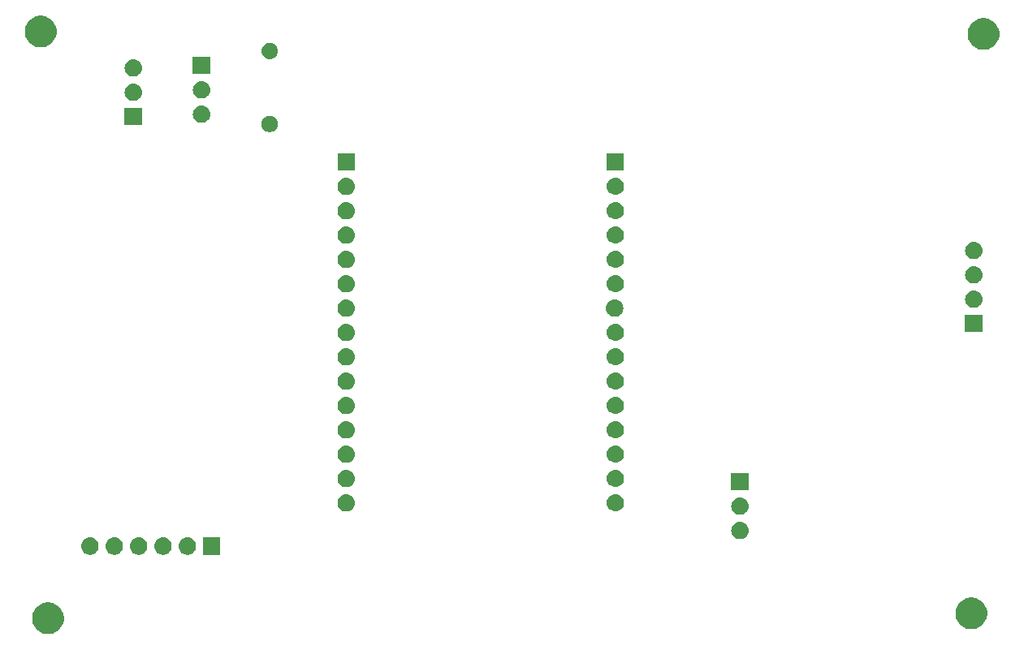
<source format=gbr>
G04 #@! TF.GenerationSoftware,KiCad,Pcbnew,(5.1.2)-2*
G04 #@! TF.CreationDate,2019-07-02T12:48:51+07:00*
G04 #@! TF.ProjectId,weather,77656174-6865-4722-9e6b-696361645f70,rev?*
G04 #@! TF.SameCoordinates,Original*
G04 #@! TF.FileFunction,Soldermask,Top*
G04 #@! TF.FilePolarity,Negative*
%FSLAX46Y46*%
G04 Gerber Fmt 4.6, Leading zero omitted, Abs format (unit mm)*
G04 Created by KiCad (PCBNEW (5.1.2)-2) date 2019-07-02 12:48:51*
%MOMM*%
%LPD*%
G04 APERTURE LIST*
%ADD10C,0.100000*%
G04 APERTURE END LIST*
D10*
G36*
X69209256Y-119041298D02*
G01*
X69315579Y-119062447D01*
X69616042Y-119186903D01*
X69886451Y-119367585D01*
X70116415Y-119597549D01*
X70297097Y-119867958D01*
X70297098Y-119867960D01*
X70421553Y-120168422D01*
X70448643Y-120304609D01*
X70485000Y-120487391D01*
X70485000Y-120812609D01*
X70421553Y-121131579D01*
X70297097Y-121432042D01*
X70116415Y-121702451D01*
X69886451Y-121932415D01*
X69616042Y-122113097D01*
X69315579Y-122237553D01*
X69209256Y-122258702D01*
X68996611Y-122301000D01*
X68671389Y-122301000D01*
X68458744Y-122258702D01*
X68352421Y-122237553D01*
X68051958Y-122113097D01*
X67781549Y-121932415D01*
X67551585Y-121702451D01*
X67370903Y-121432042D01*
X67246447Y-121131579D01*
X67183000Y-120812609D01*
X67183000Y-120487391D01*
X67219358Y-120304609D01*
X67246447Y-120168422D01*
X67370902Y-119867960D01*
X67370903Y-119867958D01*
X67551585Y-119597549D01*
X67781549Y-119367585D01*
X68051958Y-119186903D01*
X68352421Y-119062447D01*
X68458744Y-119041298D01*
X68671389Y-118999000D01*
X68996611Y-118999000D01*
X69209256Y-119041298D01*
X69209256Y-119041298D01*
G37*
G36*
X165475256Y-118533298D02*
G01*
X165581579Y-118554447D01*
X165882042Y-118678903D01*
X166152451Y-118859585D01*
X166382415Y-119089549D01*
X166563097Y-119359958D01*
X166661511Y-119597549D01*
X166687553Y-119660422D01*
X166751000Y-119979389D01*
X166751000Y-120304611D01*
X166708702Y-120517256D01*
X166687553Y-120623579D01*
X166563097Y-120924042D01*
X166382415Y-121194451D01*
X166152451Y-121424415D01*
X165882042Y-121605097D01*
X165581579Y-121729553D01*
X165475256Y-121750702D01*
X165262611Y-121793000D01*
X164937389Y-121793000D01*
X164724744Y-121750702D01*
X164618421Y-121729553D01*
X164317958Y-121605097D01*
X164047549Y-121424415D01*
X163817585Y-121194451D01*
X163636903Y-120924042D01*
X163512447Y-120623579D01*
X163491298Y-120517256D01*
X163449000Y-120304611D01*
X163449000Y-119979389D01*
X163512447Y-119660422D01*
X163538490Y-119597549D01*
X163636903Y-119359958D01*
X163817585Y-119089549D01*
X164047549Y-118859585D01*
X164317958Y-118678903D01*
X164618421Y-118554447D01*
X164724744Y-118533298D01*
X164937389Y-118491000D01*
X165262611Y-118491000D01*
X165475256Y-118533298D01*
X165475256Y-118533298D01*
G37*
G36*
X80932442Y-112232566D02*
G01*
X80998627Y-112239085D01*
X81168466Y-112290605D01*
X81324991Y-112374270D01*
X81348987Y-112393963D01*
X81462186Y-112486862D01*
X81545448Y-112588319D01*
X81574778Y-112624057D01*
X81658443Y-112780582D01*
X81709963Y-112950421D01*
X81727359Y-113127048D01*
X81709963Y-113303675D01*
X81658443Y-113473514D01*
X81574778Y-113630039D01*
X81545448Y-113665777D01*
X81462186Y-113767234D01*
X81360729Y-113850496D01*
X81324991Y-113879826D01*
X81168466Y-113963491D01*
X80998627Y-114015011D01*
X80932442Y-114021530D01*
X80866260Y-114028048D01*
X80777740Y-114028048D01*
X80711558Y-114021530D01*
X80645373Y-114015011D01*
X80475534Y-113963491D01*
X80319009Y-113879826D01*
X80283271Y-113850496D01*
X80181814Y-113767234D01*
X80098552Y-113665777D01*
X80069222Y-113630039D01*
X79985557Y-113473514D01*
X79934037Y-113303675D01*
X79916641Y-113127048D01*
X79934037Y-112950421D01*
X79985557Y-112780582D01*
X80069222Y-112624057D01*
X80098552Y-112588319D01*
X80181814Y-112486862D01*
X80295013Y-112393963D01*
X80319009Y-112374270D01*
X80475534Y-112290605D01*
X80645373Y-112239085D01*
X80711558Y-112232566D01*
X80777740Y-112226048D01*
X80866260Y-112226048D01*
X80932442Y-112232566D01*
X80932442Y-112232566D01*
G37*
G36*
X83472442Y-112232566D02*
G01*
X83538627Y-112239085D01*
X83708466Y-112290605D01*
X83864991Y-112374270D01*
X83888987Y-112393963D01*
X84002186Y-112486862D01*
X84085448Y-112588319D01*
X84114778Y-112624057D01*
X84198443Y-112780582D01*
X84249963Y-112950421D01*
X84267359Y-113127048D01*
X84249963Y-113303675D01*
X84198443Y-113473514D01*
X84114778Y-113630039D01*
X84085448Y-113665777D01*
X84002186Y-113767234D01*
X83900729Y-113850496D01*
X83864991Y-113879826D01*
X83708466Y-113963491D01*
X83538627Y-114015011D01*
X83472442Y-114021530D01*
X83406260Y-114028048D01*
X83317740Y-114028048D01*
X83251558Y-114021530D01*
X83185373Y-114015011D01*
X83015534Y-113963491D01*
X82859009Y-113879826D01*
X82823271Y-113850496D01*
X82721814Y-113767234D01*
X82638552Y-113665777D01*
X82609222Y-113630039D01*
X82525557Y-113473514D01*
X82474037Y-113303675D01*
X82456641Y-113127048D01*
X82474037Y-112950421D01*
X82525557Y-112780582D01*
X82609222Y-112624057D01*
X82638552Y-112588319D01*
X82721814Y-112486862D01*
X82835013Y-112393963D01*
X82859009Y-112374270D01*
X83015534Y-112290605D01*
X83185373Y-112239085D01*
X83251558Y-112232566D01*
X83317740Y-112226048D01*
X83406260Y-112226048D01*
X83472442Y-112232566D01*
X83472442Y-112232566D01*
G37*
G36*
X73312442Y-112232566D02*
G01*
X73378627Y-112239085D01*
X73548466Y-112290605D01*
X73704991Y-112374270D01*
X73728987Y-112393963D01*
X73842186Y-112486862D01*
X73925448Y-112588319D01*
X73954778Y-112624057D01*
X74038443Y-112780582D01*
X74089963Y-112950421D01*
X74107359Y-113127048D01*
X74089963Y-113303675D01*
X74038443Y-113473514D01*
X73954778Y-113630039D01*
X73925448Y-113665777D01*
X73842186Y-113767234D01*
X73740729Y-113850496D01*
X73704991Y-113879826D01*
X73548466Y-113963491D01*
X73378627Y-114015011D01*
X73312442Y-114021530D01*
X73246260Y-114028048D01*
X73157740Y-114028048D01*
X73091558Y-114021530D01*
X73025373Y-114015011D01*
X72855534Y-113963491D01*
X72699009Y-113879826D01*
X72663271Y-113850496D01*
X72561814Y-113767234D01*
X72478552Y-113665777D01*
X72449222Y-113630039D01*
X72365557Y-113473514D01*
X72314037Y-113303675D01*
X72296641Y-113127048D01*
X72314037Y-112950421D01*
X72365557Y-112780582D01*
X72449222Y-112624057D01*
X72478552Y-112588319D01*
X72561814Y-112486862D01*
X72675013Y-112393963D01*
X72699009Y-112374270D01*
X72855534Y-112290605D01*
X73025373Y-112239085D01*
X73091558Y-112232566D01*
X73157740Y-112226048D01*
X73246260Y-112226048D01*
X73312442Y-112232566D01*
X73312442Y-112232566D01*
G37*
G36*
X75852442Y-112232566D02*
G01*
X75918627Y-112239085D01*
X76088466Y-112290605D01*
X76244991Y-112374270D01*
X76268987Y-112393963D01*
X76382186Y-112486862D01*
X76465448Y-112588319D01*
X76494778Y-112624057D01*
X76578443Y-112780582D01*
X76629963Y-112950421D01*
X76647359Y-113127048D01*
X76629963Y-113303675D01*
X76578443Y-113473514D01*
X76494778Y-113630039D01*
X76465448Y-113665777D01*
X76382186Y-113767234D01*
X76280729Y-113850496D01*
X76244991Y-113879826D01*
X76088466Y-113963491D01*
X75918627Y-114015011D01*
X75852442Y-114021530D01*
X75786260Y-114028048D01*
X75697740Y-114028048D01*
X75631558Y-114021530D01*
X75565373Y-114015011D01*
X75395534Y-113963491D01*
X75239009Y-113879826D01*
X75203271Y-113850496D01*
X75101814Y-113767234D01*
X75018552Y-113665777D01*
X74989222Y-113630039D01*
X74905557Y-113473514D01*
X74854037Y-113303675D01*
X74836641Y-113127048D01*
X74854037Y-112950421D01*
X74905557Y-112780582D01*
X74989222Y-112624057D01*
X75018552Y-112588319D01*
X75101814Y-112486862D01*
X75215013Y-112393963D01*
X75239009Y-112374270D01*
X75395534Y-112290605D01*
X75565373Y-112239085D01*
X75631558Y-112232566D01*
X75697740Y-112226048D01*
X75786260Y-112226048D01*
X75852442Y-112232566D01*
X75852442Y-112232566D01*
G37*
G36*
X78392442Y-112232566D02*
G01*
X78458627Y-112239085D01*
X78628466Y-112290605D01*
X78784991Y-112374270D01*
X78808987Y-112393963D01*
X78922186Y-112486862D01*
X79005448Y-112588319D01*
X79034778Y-112624057D01*
X79118443Y-112780582D01*
X79169963Y-112950421D01*
X79187359Y-113127048D01*
X79169963Y-113303675D01*
X79118443Y-113473514D01*
X79034778Y-113630039D01*
X79005448Y-113665777D01*
X78922186Y-113767234D01*
X78820729Y-113850496D01*
X78784991Y-113879826D01*
X78628466Y-113963491D01*
X78458627Y-114015011D01*
X78392442Y-114021530D01*
X78326260Y-114028048D01*
X78237740Y-114028048D01*
X78171558Y-114021530D01*
X78105373Y-114015011D01*
X77935534Y-113963491D01*
X77779009Y-113879826D01*
X77743271Y-113850496D01*
X77641814Y-113767234D01*
X77558552Y-113665777D01*
X77529222Y-113630039D01*
X77445557Y-113473514D01*
X77394037Y-113303675D01*
X77376641Y-113127048D01*
X77394037Y-112950421D01*
X77445557Y-112780582D01*
X77529222Y-112624057D01*
X77558552Y-112588319D01*
X77641814Y-112486862D01*
X77755013Y-112393963D01*
X77779009Y-112374270D01*
X77935534Y-112290605D01*
X78105373Y-112239085D01*
X78171558Y-112232566D01*
X78237740Y-112226048D01*
X78326260Y-112226048D01*
X78392442Y-112232566D01*
X78392442Y-112232566D01*
G37*
G36*
X86803000Y-114028048D02*
G01*
X85001000Y-114028048D01*
X85001000Y-112226048D01*
X86803000Y-112226048D01*
X86803000Y-114028048D01*
X86803000Y-114028048D01*
G37*
G36*
X141080443Y-110611519D02*
G01*
X141146627Y-110618037D01*
X141316466Y-110669557D01*
X141472991Y-110753222D01*
X141508729Y-110782552D01*
X141610186Y-110865814D01*
X141693448Y-110967271D01*
X141722778Y-111003009D01*
X141806443Y-111159534D01*
X141857963Y-111329373D01*
X141875359Y-111506000D01*
X141857963Y-111682627D01*
X141806443Y-111852466D01*
X141722778Y-112008991D01*
X141693448Y-112044729D01*
X141610186Y-112146186D01*
X141512872Y-112226048D01*
X141472991Y-112258778D01*
X141316466Y-112342443D01*
X141146627Y-112393963D01*
X141080443Y-112400481D01*
X141014260Y-112407000D01*
X140925740Y-112407000D01*
X140859557Y-112400481D01*
X140793373Y-112393963D01*
X140623534Y-112342443D01*
X140467009Y-112258778D01*
X140427128Y-112226048D01*
X140329814Y-112146186D01*
X140246552Y-112044729D01*
X140217222Y-112008991D01*
X140133557Y-111852466D01*
X140082037Y-111682627D01*
X140064641Y-111506000D01*
X140082037Y-111329373D01*
X140133557Y-111159534D01*
X140217222Y-111003009D01*
X140246552Y-110967271D01*
X140329814Y-110865814D01*
X140431271Y-110782552D01*
X140467009Y-110753222D01*
X140623534Y-110669557D01*
X140793373Y-110618037D01*
X140859557Y-110611519D01*
X140925740Y-110605000D01*
X141014260Y-110605000D01*
X141080443Y-110611519D01*
X141080443Y-110611519D01*
G37*
G36*
X141080443Y-108071519D02*
G01*
X141146627Y-108078037D01*
X141316466Y-108129557D01*
X141472991Y-108213222D01*
X141508729Y-108242552D01*
X141610186Y-108325814D01*
X141689431Y-108422376D01*
X141722778Y-108463009D01*
X141806443Y-108619534D01*
X141857963Y-108789373D01*
X141875359Y-108966000D01*
X141857963Y-109142627D01*
X141806443Y-109312466D01*
X141722778Y-109468991D01*
X141693448Y-109504729D01*
X141610186Y-109606186D01*
X141508729Y-109689448D01*
X141472991Y-109718778D01*
X141316466Y-109802443D01*
X141146627Y-109853963D01*
X141080443Y-109860481D01*
X141014260Y-109867000D01*
X140925740Y-109867000D01*
X140859557Y-109860481D01*
X140793373Y-109853963D01*
X140623534Y-109802443D01*
X140467009Y-109718778D01*
X140431271Y-109689448D01*
X140329814Y-109606186D01*
X140246552Y-109504729D01*
X140217222Y-109468991D01*
X140133557Y-109312466D01*
X140082037Y-109142627D01*
X140064641Y-108966000D01*
X140082037Y-108789373D01*
X140133557Y-108619534D01*
X140217222Y-108463009D01*
X140250569Y-108422376D01*
X140329814Y-108325814D01*
X140431271Y-108242552D01*
X140467009Y-108213222D01*
X140623534Y-108129557D01*
X140793373Y-108078037D01*
X140859557Y-108071519D01*
X140925740Y-108065000D01*
X141014260Y-108065000D01*
X141080443Y-108071519D01*
X141080443Y-108071519D01*
G37*
G36*
X100029444Y-107724520D02*
G01*
X100095628Y-107731038D01*
X100265467Y-107782558D01*
X100421992Y-107866223D01*
X100457730Y-107895553D01*
X100559187Y-107978815D01*
X100629916Y-108065000D01*
X100671779Y-108116010D01*
X100755444Y-108272535D01*
X100806964Y-108442374D01*
X100824360Y-108619001D01*
X100806964Y-108795628D01*
X100755444Y-108965467D01*
X100671779Y-109121992D01*
X100654846Y-109142625D01*
X100559187Y-109259187D01*
X100457730Y-109342449D01*
X100421992Y-109371779D01*
X100265467Y-109455444D01*
X100095628Y-109506964D01*
X100029444Y-109513482D01*
X99963261Y-109520001D01*
X99874741Y-109520001D01*
X99808558Y-109513482D01*
X99742374Y-109506964D01*
X99572535Y-109455444D01*
X99416010Y-109371779D01*
X99380272Y-109342449D01*
X99278815Y-109259187D01*
X99183156Y-109142625D01*
X99166223Y-109121992D01*
X99082558Y-108965467D01*
X99031038Y-108795628D01*
X99013642Y-108619001D01*
X99031038Y-108442374D01*
X99082558Y-108272535D01*
X99166223Y-108116010D01*
X99208086Y-108065000D01*
X99278815Y-107978815D01*
X99380272Y-107895553D01*
X99416010Y-107866223D01*
X99572535Y-107782558D01*
X99742374Y-107731038D01*
X99808558Y-107724520D01*
X99874741Y-107718001D01*
X99963261Y-107718001D01*
X100029444Y-107724520D01*
X100029444Y-107724520D01*
G37*
G36*
X128089444Y-107704520D02*
G01*
X128155628Y-107711038D01*
X128325467Y-107762558D01*
X128481992Y-107846223D01*
X128506362Y-107866223D01*
X128619187Y-107958815D01*
X128702449Y-108060272D01*
X128731779Y-108096010D01*
X128815444Y-108252535D01*
X128866964Y-108422374D01*
X128884360Y-108599001D01*
X128866964Y-108775628D01*
X128815444Y-108945467D01*
X128731779Y-109101992D01*
X128715367Y-109121990D01*
X128619187Y-109239187D01*
X128517730Y-109322449D01*
X128481992Y-109351779D01*
X128325467Y-109435444D01*
X128155628Y-109486964D01*
X128089444Y-109493482D01*
X128023261Y-109500001D01*
X127934741Y-109500001D01*
X127868558Y-109493482D01*
X127802374Y-109486964D01*
X127632535Y-109435444D01*
X127476010Y-109351779D01*
X127440272Y-109322449D01*
X127338815Y-109239187D01*
X127242635Y-109121990D01*
X127226223Y-109101992D01*
X127142558Y-108945467D01*
X127091038Y-108775628D01*
X127073642Y-108599001D01*
X127091038Y-108422374D01*
X127142558Y-108252535D01*
X127226223Y-108096010D01*
X127255553Y-108060272D01*
X127338815Y-107958815D01*
X127451640Y-107866223D01*
X127476010Y-107846223D01*
X127632535Y-107762558D01*
X127802374Y-107711038D01*
X127868558Y-107704520D01*
X127934741Y-107698001D01*
X128023261Y-107698001D01*
X128089444Y-107704520D01*
X128089444Y-107704520D01*
G37*
G36*
X141871000Y-107327000D02*
G01*
X140069000Y-107327000D01*
X140069000Y-105525000D01*
X141871000Y-105525000D01*
X141871000Y-107327000D01*
X141871000Y-107327000D01*
G37*
G36*
X100029444Y-105184520D02*
G01*
X100095628Y-105191038D01*
X100265467Y-105242558D01*
X100421992Y-105326223D01*
X100457730Y-105355553D01*
X100559187Y-105438815D01*
X100629916Y-105525000D01*
X100671779Y-105576010D01*
X100755444Y-105732535D01*
X100806964Y-105902374D01*
X100824360Y-106079001D01*
X100806964Y-106255628D01*
X100755444Y-106425467D01*
X100671779Y-106581992D01*
X100642449Y-106617730D01*
X100559187Y-106719187D01*
X100457730Y-106802449D01*
X100421992Y-106831779D01*
X100265467Y-106915444D01*
X100095628Y-106966964D01*
X100029443Y-106973483D01*
X99963261Y-106980001D01*
X99874741Y-106980001D01*
X99808559Y-106973483D01*
X99742374Y-106966964D01*
X99572535Y-106915444D01*
X99416010Y-106831779D01*
X99380272Y-106802449D01*
X99278815Y-106719187D01*
X99195553Y-106617730D01*
X99166223Y-106581992D01*
X99082558Y-106425467D01*
X99031038Y-106255628D01*
X99013642Y-106079001D01*
X99031038Y-105902374D01*
X99082558Y-105732535D01*
X99166223Y-105576010D01*
X99208086Y-105525000D01*
X99278815Y-105438815D01*
X99380272Y-105355553D01*
X99416010Y-105326223D01*
X99572535Y-105242558D01*
X99742374Y-105191038D01*
X99808559Y-105184519D01*
X99874741Y-105178001D01*
X99963261Y-105178001D01*
X100029444Y-105184520D01*
X100029444Y-105184520D01*
G37*
G36*
X128089443Y-105164519D02*
G01*
X128155628Y-105171038D01*
X128325467Y-105222558D01*
X128481992Y-105306223D01*
X128506362Y-105326223D01*
X128619187Y-105418815D01*
X128702449Y-105520272D01*
X128731779Y-105556010D01*
X128815444Y-105712535D01*
X128866964Y-105882374D01*
X128884360Y-106059001D01*
X128866964Y-106235628D01*
X128815444Y-106405467D01*
X128731779Y-106561992D01*
X128715367Y-106581990D01*
X128619187Y-106699187D01*
X128517730Y-106782449D01*
X128481992Y-106811779D01*
X128325467Y-106895444D01*
X128155628Y-106946964D01*
X128089444Y-106953482D01*
X128023261Y-106960001D01*
X127934741Y-106960001D01*
X127868558Y-106953482D01*
X127802374Y-106946964D01*
X127632535Y-106895444D01*
X127476010Y-106811779D01*
X127440272Y-106782449D01*
X127338815Y-106699187D01*
X127242635Y-106581990D01*
X127226223Y-106561992D01*
X127142558Y-106405467D01*
X127091038Y-106235628D01*
X127073642Y-106059001D01*
X127091038Y-105882374D01*
X127142558Y-105712535D01*
X127226223Y-105556010D01*
X127255553Y-105520272D01*
X127338815Y-105418815D01*
X127451640Y-105326223D01*
X127476010Y-105306223D01*
X127632535Y-105222558D01*
X127802374Y-105171038D01*
X127868559Y-105164519D01*
X127934741Y-105158001D01*
X128023261Y-105158001D01*
X128089443Y-105164519D01*
X128089443Y-105164519D01*
G37*
G36*
X100029443Y-102644519D02*
G01*
X100095628Y-102651038D01*
X100265467Y-102702558D01*
X100421992Y-102786223D01*
X100457730Y-102815553D01*
X100559187Y-102898815D01*
X100642449Y-103000272D01*
X100671779Y-103036010D01*
X100755444Y-103192535D01*
X100806964Y-103362374D01*
X100824360Y-103539001D01*
X100806964Y-103715628D01*
X100755444Y-103885467D01*
X100671779Y-104041992D01*
X100642449Y-104077730D01*
X100559187Y-104179187D01*
X100457730Y-104262449D01*
X100421992Y-104291779D01*
X100265467Y-104375444D01*
X100095628Y-104426964D01*
X100029443Y-104433483D01*
X99963261Y-104440001D01*
X99874741Y-104440001D01*
X99808559Y-104433483D01*
X99742374Y-104426964D01*
X99572535Y-104375444D01*
X99416010Y-104291779D01*
X99380272Y-104262449D01*
X99278815Y-104179187D01*
X99195553Y-104077730D01*
X99166223Y-104041992D01*
X99082558Y-103885467D01*
X99031038Y-103715628D01*
X99013642Y-103539001D01*
X99031038Y-103362374D01*
X99082558Y-103192535D01*
X99166223Y-103036010D01*
X99195553Y-103000272D01*
X99278815Y-102898815D01*
X99380272Y-102815553D01*
X99416010Y-102786223D01*
X99572535Y-102702558D01*
X99742374Y-102651038D01*
X99808559Y-102644519D01*
X99874741Y-102638001D01*
X99963261Y-102638001D01*
X100029443Y-102644519D01*
X100029443Y-102644519D01*
G37*
G36*
X128089444Y-102624520D02*
G01*
X128155628Y-102631038D01*
X128325467Y-102682558D01*
X128481992Y-102766223D01*
X128506362Y-102786223D01*
X128619187Y-102878815D01*
X128702449Y-102980272D01*
X128731779Y-103016010D01*
X128815444Y-103172535D01*
X128866964Y-103342374D01*
X128884360Y-103519001D01*
X128866964Y-103695628D01*
X128815444Y-103865467D01*
X128731779Y-104021992D01*
X128715367Y-104041990D01*
X128619187Y-104159187D01*
X128517730Y-104242449D01*
X128481992Y-104271779D01*
X128325467Y-104355444D01*
X128155628Y-104406964D01*
X128089443Y-104413483D01*
X128023261Y-104420001D01*
X127934741Y-104420001D01*
X127868558Y-104413482D01*
X127802374Y-104406964D01*
X127632535Y-104355444D01*
X127476010Y-104271779D01*
X127440272Y-104242449D01*
X127338815Y-104159187D01*
X127242635Y-104041990D01*
X127226223Y-104021992D01*
X127142558Y-103865467D01*
X127091038Y-103695628D01*
X127073642Y-103519001D01*
X127091038Y-103342374D01*
X127142558Y-103172535D01*
X127226223Y-103016010D01*
X127255553Y-102980272D01*
X127338815Y-102878815D01*
X127451640Y-102786223D01*
X127476010Y-102766223D01*
X127632535Y-102682558D01*
X127802374Y-102631038D01*
X127868558Y-102624520D01*
X127934741Y-102618001D01*
X128023261Y-102618001D01*
X128089444Y-102624520D01*
X128089444Y-102624520D01*
G37*
G36*
X100029444Y-100104520D02*
G01*
X100095628Y-100111038D01*
X100265467Y-100162558D01*
X100421992Y-100246223D01*
X100457730Y-100275553D01*
X100559187Y-100358815D01*
X100642449Y-100460272D01*
X100671779Y-100496010D01*
X100755444Y-100652535D01*
X100806964Y-100822374D01*
X100824360Y-100999001D01*
X100806964Y-101175628D01*
X100755444Y-101345467D01*
X100671779Y-101501992D01*
X100642449Y-101537730D01*
X100559187Y-101639187D01*
X100457730Y-101722449D01*
X100421992Y-101751779D01*
X100265467Y-101835444D01*
X100095628Y-101886964D01*
X100029444Y-101893482D01*
X99963261Y-101900001D01*
X99874741Y-101900001D01*
X99808558Y-101893482D01*
X99742374Y-101886964D01*
X99572535Y-101835444D01*
X99416010Y-101751779D01*
X99380272Y-101722449D01*
X99278815Y-101639187D01*
X99195553Y-101537730D01*
X99166223Y-101501992D01*
X99082558Y-101345467D01*
X99031038Y-101175628D01*
X99013642Y-100999001D01*
X99031038Y-100822374D01*
X99082558Y-100652535D01*
X99166223Y-100496010D01*
X99195553Y-100460272D01*
X99278815Y-100358815D01*
X99380272Y-100275553D01*
X99416010Y-100246223D01*
X99572535Y-100162558D01*
X99742374Y-100111038D01*
X99808558Y-100104520D01*
X99874741Y-100098001D01*
X99963261Y-100098001D01*
X100029444Y-100104520D01*
X100029444Y-100104520D01*
G37*
G36*
X128089443Y-100084519D02*
G01*
X128155628Y-100091038D01*
X128325467Y-100142558D01*
X128481992Y-100226223D01*
X128506362Y-100246223D01*
X128619187Y-100338815D01*
X128702449Y-100440272D01*
X128731779Y-100476010D01*
X128815444Y-100632535D01*
X128866964Y-100802374D01*
X128884360Y-100979001D01*
X128866964Y-101155628D01*
X128815444Y-101325467D01*
X128731779Y-101481992D01*
X128715367Y-101501990D01*
X128619187Y-101619187D01*
X128517730Y-101702449D01*
X128481992Y-101731779D01*
X128325467Y-101815444D01*
X128155628Y-101866964D01*
X128089443Y-101873483D01*
X128023261Y-101880001D01*
X127934741Y-101880001D01*
X127868559Y-101873483D01*
X127802374Y-101866964D01*
X127632535Y-101815444D01*
X127476010Y-101731779D01*
X127440272Y-101702449D01*
X127338815Y-101619187D01*
X127242635Y-101501990D01*
X127226223Y-101481992D01*
X127142558Y-101325467D01*
X127091038Y-101155628D01*
X127073642Y-100979001D01*
X127091038Y-100802374D01*
X127142558Y-100632535D01*
X127226223Y-100476010D01*
X127255553Y-100440272D01*
X127338815Y-100338815D01*
X127451640Y-100246223D01*
X127476010Y-100226223D01*
X127632535Y-100142558D01*
X127802374Y-100091038D01*
X127868558Y-100084520D01*
X127934741Y-100078001D01*
X128023261Y-100078001D01*
X128089443Y-100084519D01*
X128089443Y-100084519D01*
G37*
G36*
X100029443Y-97564519D02*
G01*
X100095628Y-97571038D01*
X100265467Y-97622558D01*
X100421992Y-97706223D01*
X100457730Y-97735553D01*
X100559187Y-97818815D01*
X100642449Y-97920272D01*
X100671779Y-97956010D01*
X100755444Y-98112535D01*
X100806964Y-98282374D01*
X100824360Y-98459001D01*
X100806964Y-98635628D01*
X100755444Y-98805467D01*
X100671779Y-98961992D01*
X100642449Y-98997730D01*
X100559187Y-99099187D01*
X100457730Y-99182449D01*
X100421992Y-99211779D01*
X100265467Y-99295444D01*
X100095628Y-99346964D01*
X100029443Y-99353483D01*
X99963261Y-99360001D01*
X99874741Y-99360001D01*
X99808558Y-99353482D01*
X99742374Y-99346964D01*
X99572535Y-99295444D01*
X99416010Y-99211779D01*
X99380272Y-99182449D01*
X99278815Y-99099187D01*
X99195553Y-98997730D01*
X99166223Y-98961992D01*
X99082558Y-98805467D01*
X99031038Y-98635628D01*
X99013642Y-98459001D01*
X99031038Y-98282374D01*
X99082558Y-98112535D01*
X99166223Y-97956010D01*
X99195553Y-97920272D01*
X99278815Y-97818815D01*
X99380272Y-97735553D01*
X99416010Y-97706223D01*
X99572535Y-97622558D01*
X99742374Y-97571038D01*
X99808559Y-97564519D01*
X99874741Y-97558001D01*
X99963261Y-97558001D01*
X100029443Y-97564519D01*
X100029443Y-97564519D01*
G37*
G36*
X128089444Y-97544520D02*
G01*
X128155628Y-97551038D01*
X128325467Y-97602558D01*
X128481992Y-97686223D01*
X128506362Y-97706223D01*
X128619187Y-97798815D01*
X128702449Y-97900272D01*
X128731779Y-97936010D01*
X128815444Y-98092535D01*
X128866964Y-98262374D01*
X128884360Y-98439001D01*
X128866964Y-98615628D01*
X128815444Y-98785467D01*
X128731779Y-98941992D01*
X128715367Y-98961990D01*
X128619187Y-99079187D01*
X128517730Y-99162449D01*
X128481992Y-99191779D01*
X128325467Y-99275444D01*
X128155628Y-99326964D01*
X128089444Y-99333482D01*
X128023261Y-99340001D01*
X127934741Y-99340001D01*
X127868558Y-99333482D01*
X127802374Y-99326964D01*
X127632535Y-99275444D01*
X127476010Y-99191779D01*
X127440272Y-99162449D01*
X127338815Y-99079187D01*
X127242635Y-98961990D01*
X127226223Y-98941992D01*
X127142558Y-98785467D01*
X127091038Y-98615628D01*
X127073642Y-98439001D01*
X127091038Y-98262374D01*
X127142558Y-98092535D01*
X127226223Y-97936010D01*
X127255553Y-97900272D01*
X127338815Y-97798815D01*
X127451640Y-97706223D01*
X127476010Y-97686223D01*
X127632535Y-97602558D01*
X127802374Y-97551038D01*
X127868558Y-97544520D01*
X127934741Y-97538001D01*
X128023261Y-97538001D01*
X128089444Y-97544520D01*
X128089444Y-97544520D01*
G37*
G36*
X100029444Y-95024520D02*
G01*
X100095628Y-95031038D01*
X100265467Y-95082558D01*
X100421992Y-95166223D01*
X100457730Y-95195553D01*
X100559187Y-95278815D01*
X100642449Y-95380272D01*
X100671779Y-95416010D01*
X100755444Y-95572535D01*
X100806964Y-95742374D01*
X100824360Y-95919001D01*
X100806964Y-96095628D01*
X100755444Y-96265467D01*
X100671779Y-96421992D01*
X100642449Y-96457730D01*
X100559187Y-96559187D01*
X100457730Y-96642449D01*
X100421992Y-96671779D01*
X100265467Y-96755444D01*
X100095628Y-96806964D01*
X100029443Y-96813483D01*
X99963261Y-96820001D01*
X99874741Y-96820001D01*
X99808559Y-96813483D01*
X99742374Y-96806964D01*
X99572535Y-96755444D01*
X99416010Y-96671779D01*
X99380272Y-96642449D01*
X99278815Y-96559187D01*
X99195553Y-96457730D01*
X99166223Y-96421992D01*
X99082558Y-96265467D01*
X99031038Y-96095628D01*
X99013642Y-95919001D01*
X99031038Y-95742374D01*
X99082558Y-95572535D01*
X99166223Y-95416010D01*
X99195553Y-95380272D01*
X99278815Y-95278815D01*
X99380272Y-95195553D01*
X99416010Y-95166223D01*
X99572535Y-95082558D01*
X99742374Y-95031038D01*
X99808558Y-95024520D01*
X99874741Y-95018001D01*
X99963261Y-95018001D01*
X100029444Y-95024520D01*
X100029444Y-95024520D01*
G37*
G36*
X128089443Y-95004519D02*
G01*
X128155628Y-95011038D01*
X128325467Y-95062558D01*
X128481992Y-95146223D01*
X128506362Y-95166223D01*
X128619187Y-95258815D01*
X128702449Y-95360272D01*
X128731779Y-95396010D01*
X128815444Y-95552535D01*
X128866964Y-95722374D01*
X128884360Y-95899001D01*
X128866964Y-96075628D01*
X128815444Y-96245467D01*
X128731779Y-96401992D01*
X128715367Y-96421990D01*
X128619187Y-96539187D01*
X128517730Y-96622449D01*
X128481992Y-96651779D01*
X128325467Y-96735444D01*
X128155628Y-96786964D01*
X128089444Y-96793482D01*
X128023261Y-96800001D01*
X127934741Y-96800001D01*
X127868558Y-96793482D01*
X127802374Y-96786964D01*
X127632535Y-96735444D01*
X127476010Y-96651779D01*
X127440272Y-96622449D01*
X127338815Y-96539187D01*
X127242635Y-96421990D01*
X127226223Y-96401992D01*
X127142558Y-96245467D01*
X127091038Y-96075628D01*
X127073642Y-95899001D01*
X127091038Y-95722374D01*
X127142558Y-95552535D01*
X127226223Y-95396010D01*
X127255553Y-95360272D01*
X127338815Y-95258815D01*
X127451640Y-95166223D01*
X127476010Y-95146223D01*
X127632535Y-95062558D01*
X127802374Y-95011038D01*
X127868559Y-95004519D01*
X127934741Y-94998001D01*
X128023261Y-94998001D01*
X128089443Y-95004519D01*
X128089443Y-95004519D01*
G37*
G36*
X100029444Y-92484520D02*
G01*
X100095628Y-92491038D01*
X100265467Y-92542558D01*
X100421992Y-92626223D01*
X100457730Y-92655553D01*
X100559187Y-92738815D01*
X100642449Y-92840272D01*
X100671779Y-92876010D01*
X100755444Y-93032535D01*
X100806964Y-93202374D01*
X100824360Y-93379001D01*
X100806964Y-93555628D01*
X100755444Y-93725467D01*
X100671779Y-93881992D01*
X100642449Y-93917730D01*
X100559187Y-94019187D01*
X100457730Y-94102449D01*
X100421992Y-94131779D01*
X100265467Y-94215444D01*
X100095628Y-94266964D01*
X100029443Y-94273483D01*
X99963261Y-94280001D01*
X99874741Y-94280001D01*
X99808559Y-94273483D01*
X99742374Y-94266964D01*
X99572535Y-94215444D01*
X99416010Y-94131779D01*
X99380272Y-94102449D01*
X99278815Y-94019187D01*
X99195553Y-93917730D01*
X99166223Y-93881992D01*
X99082558Y-93725467D01*
X99031038Y-93555628D01*
X99013642Y-93379001D01*
X99031038Y-93202374D01*
X99082558Y-93032535D01*
X99166223Y-92876010D01*
X99195553Y-92840272D01*
X99278815Y-92738815D01*
X99380272Y-92655553D01*
X99416010Y-92626223D01*
X99572535Y-92542558D01*
X99742374Y-92491038D01*
X99808558Y-92484520D01*
X99874741Y-92478001D01*
X99963261Y-92478001D01*
X100029444Y-92484520D01*
X100029444Y-92484520D01*
G37*
G36*
X128089444Y-92464520D02*
G01*
X128155628Y-92471038D01*
X128325467Y-92522558D01*
X128481992Y-92606223D01*
X128506362Y-92626223D01*
X128619187Y-92718815D01*
X128702449Y-92820272D01*
X128731779Y-92856010D01*
X128815444Y-93012535D01*
X128866964Y-93182374D01*
X128884360Y-93359001D01*
X128866964Y-93535628D01*
X128815444Y-93705467D01*
X128731779Y-93861992D01*
X128715367Y-93881990D01*
X128619187Y-93999187D01*
X128517730Y-94082449D01*
X128481992Y-94111779D01*
X128325467Y-94195444D01*
X128155628Y-94246964D01*
X128089443Y-94253483D01*
X128023261Y-94260001D01*
X127934741Y-94260001D01*
X127868559Y-94253483D01*
X127802374Y-94246964D01*
X127632535Y-94195444D01*
X127476010Y-94111779D01*
X127440272Y-94082449D01*
X127338815Y-93999187D01*
X127242635Y-93881990D01*
X127226223Y-93861992D01*
X127142558Y-93705467D01*
X127091038Y-93535628D01*
X127073642Y-93359001D01*
X127091038Y-93182374D01*
X127142558Y-93012535D01*
X127226223Y-92856010D01*
X127255553Y-92820272D01*
X127338815Y-92718815D01*
X127451640Y-92626223D01*
X127476010Y-92606223D01*
X127632535Y-92522558D01*
X127802374Y-92471038D01*
X127868558Y-92464520D01*
X127934741Y-92458001D01*
X128023261Y-92458001D01*
X128089444Y-92464520D01*
X128089444Y-92464520D01*
G37*
G36*
X100029443Y-89944519D02*
G01*
X100095628Y-89951038D01*
X100265467Y-90002558D01*
X100421992Y-90086223D01*
X100457730Y-90115553D01*
X100559187Y-90198815D01*
X100642449Y-90300272D01*
X100671779Y-90336010D01*
X100755444Y-90492535D01*
X100806964Y-90662374D01*
X100824360Y-90839001D01*
X100806964Y-91015628D01*
X100755444Y-91185467D01*
X100671779Y-91341992D01*
X100642449Y-91377730D01*
X100559187Y-91479187D01*
X100457730Y-91562449D01*
X100421992Y-91591779D01*
X100265467Y-91675444D01*
X100095628Y-91726964D01*
X100029443Y-91733483D01*
X99963261Y-91740001D01*
X99874741Y-91740001D01*
X99808559Y-91733483D01*
X99742374Y-91726964D01*
X99572535Y-91675444D01*
X99416010Y-91591779D01*
X99380272Y-91562449D01*
X99278815Y-91479187D01*
X99195553Y-91377730D01*
X99166223Y-91341992D01*
X99082558Y-91185467D01*
X99031038Y-91015628D01*
X99013642Y-90839001D01*
X99031038Y-90662374D01*
X99082558Y-90492535D01*
X99166223Y-90336010D01*
X99195553Y-90300272D01*
X99278815Y-90198815D01*
X99380272Y-90115553D01*
X99416010Y-90086223D01*
X99572535Y-90002558D01*
X99742374Y-89951038D01*
X99808559Y-89944519D01*
X99874741Y-89938001D01*
X99963261Y-89938001D01*
X100029443Y-89944519D01*
X100029443Y-89944519D01*
G37*
G36*
X128089443Y-89924519D02*
G01*
X128155628Y-89931038D01*
X128325467Y-89982558D01*
X128481992Y-90066223D01*
X128506362Y-90086223D01*
X128619187Y-90178815D01*
X128702449Y-90280272D01*
X128731779Y-90316010D01*
X128815444Y-90472535D01*
X128866964Y-90642374D01*
X128884360Y-90819001D01*
X128866964Y-90995628D01*
X128815444Y-91165467D01*
X128731779Y-91321992D01*
X128715367Y-91341990D01*
X128619187Y-91459187D01*
X128517730Y-91542449D01*
X128481992Y-91571779D01*
X128325467Y-91655444D01*
X128155628Y-91706964D01*
X128089443Y-91713483D01*
X128023261Y-91720001D01*
X127934741Y-91720001D01*
X127868559Y-91713483D01*
X127802374Y-91706964D01*
X127632535Y-91655444D01*
X127476010Y-91571779D01*
X127440272Y-91542449D01*
X127338815Y-91459187D01*
X127242635Y-91341990D01*
X127226223Y-91321992D01*
X127142558Y-91165467D01*
X127091038Y-90995628D01*
X127073642Y-90819001D01*
X127091038Y-90642374D01*
X127142558Y-90472535D01*
X127226223Y-90316010D01*
X127255553Y-90280272D01*
X127338815Y-90178815D01*
X127451640Y-90086223D01*
X127476010Y-90066223D01*
X127632535Y-89982558D01*
X127802374Y-89931038D01*
X127868559Y-89924519D01*
X127934741Y-89918001D01*
X128023261Y-89918001D01*
X128089443Y-89924519D01*
X128089443Y-89924519D01*
G37*
G36*
X166255000Y-90817000D02*
G01*
X164453000Y-90817000D01*
X164453000Y-89015000D01*
X166255000Y-89015000D01*
X166255000Y-90817000D01*
X166255000Y-90817000D01*
G37*
G36*
X100029443Y-87404519D02*
G01*
X100095628Y-87411038D01*
X100265467Y-87462558D01*
X100421992Y-87546223D01*
X100429795Y-87552627D01*
X100559187Y-87658815D01*
X100642449Y-87760272D01*
X100671779Y-87796010D01*
X100755444Y-87952535D01*
X100806964Y-88122374D01*
X100824360Y-88299001D01*
X100806964Y-88475628D01*
X100755444Y-88645467D01*
X100671779Y-88801992D01*
X100642449Y-88837730D01*
X100559187Y-88939187D01*
X100466807Y-89015000D01*
X100421992Y-89051779D01*
X100265467Y-89135444D01*
X100095628Y-89186964D01*
X100029444Y-89193482D01*
X99963261Y-89200001D01*
X99874741Y-89200001D01*
X99808558Y-89193482D01*
X99742374Y-89186964D01*
X99572535Y-89135444D01*
X99416010Y-89051779D01*
X99371195Y-89015000D01*
X99278815Y-88939187D01*
X99195553Y-88837730D01*
X99166223Y-88801992D01*
X99082558Y-88645467D01*
X99031038Y-88475628D01*
X99013642Y-88299001D01*
X99031038Y-88122374D01*
X99082558Y-87952535D01*
X99166223Y-87796010D01*
X99195553Y-87760272D01*
X99278815Y-87658815D01*
X99408207Y-87552627D01*
X99416010Y-87546223D01*
X99572535Y-87462558D01*
X99742374Y-87411038D01*
X99808559Y-87404519D01*
X99874741Y-87398001D01*
X99963261Y-87398001D01*
X100029443Y-87404519D01*
X100029443Y-87404519D01*
G37*
G36*
X128029443Y-87404519D02*
G01*
X128095628Y-87411038D01*
X128265467Y-87462558D01*
X128421992Y-87546223D01*
X128429795Y-87552627D01*
X128559187Y-87658815D01*
X128642449Y-87760272D01*
X128671779Y-87796010D01*
X128755444Y-87952535D01*
X128806964Y-88122374D01*
X128824360Y-88299001D01*
X128806964Y-88475628D01*
X128755444Y-88645467D01*
X128671779Y-88801992D01*
X128642449Y-88837730D01*
X128559187Y-88939187D01*
X128466807Y-89015000D01*
X128421992Y-89051779D01*
X128265467Y-89135444D01*
X128095628Y-89186964D01*
X128029444Y-89193482D01*
X127963261Y-89200001D01*
X127874741Y-89200001D01*
X127808558Y-89193482D01*
X127742374Y-89186964D01*
X127572535Y-89135444D01*
X127416010Y-89051779D01*
X127371195Y-89015000D01*
X127278815Y-88939187D01*
X127195553Y-88837730D01*
X127166223Y-88801992D01*
X127082558Y-88645467D01*
X127031038Y-88475628D01*
X127013642Y-88299001D01*
X127031038Y-88122374D01*
X127082558Y-87952535D01*
X127166223Y-87796010D01*
X127195553Y-87760272D01*
X127278815Y-87658815D01*
X127408207Y-87552627D01*
X127416010Y-87546223D01*
X127572535Y-87462558D01*
X127742374Y-87411038D01*
X127808559Y-87404519D01*
X127874741Y-87398001D01*
X127963261Y-87398001D01*
X128029443Y-87404519D01*
X128029443Y-87404519D01*
G37*
G36*
X165464442Y-86481518D02*
G01*
X165530627Y-86488037D01*
X165700466Y-86539557D01*
X165856991Y-86623222D01*
X165892729Y-86652552D01*
X165994186Y-86735814D01*
X166077448Y-86837271D01*
X166106778Y-86873009D01*
X166190443Y-87029534D01*
X166241963Y-87199373D01*
X166259359Y-87376000D01*
X166241963Y-87552627D01*
X166190443Y-87722466D01*
X166106778Y-87878991D01*
X166077448Y-87914729D01*
X165994186Y-88016186D01*
X165892729Y-88099448D01*
X165856991Y-88128778D01*
X165700466Y-88212443D01*
X165530627Y-88263963D01*
X165464442Y-88270482D01*
X165398260Y-88277000D01*
X165309740Y-88277000D01*
X165243558Y-88270482D01*
X165177373Y-88263963D01*
X165007534Y-88212443D01*
X164851009Y-88128778D01*
X164815271Y-88099448D01*
X164713814Y-88016186D01*
X164630552Y-87914729D01*
X164601222Y-87878991D01*
X164517557Y-87722466D01*
X164466037Y-87552627D01*
X164448641Y-87376000D01*
X164466037Y-87199373D01*
X164517557Y-87029534D01*
X164601222Y-86873009D01*
X164630552Y-86837271D01*
X164713814Y-86735814D01*
X164815271Y-86652552D01*
X164851009Y-86623222D01*
X165007534Y-86539557D01*
X165177373Y-86488037D01*
X165243558Y-86481518D01*
X165309740Y-86475000D01*
X165398260Y-86475000D01*
X165464442Y-86481518D01*
X165464442Y-86481518D01*
G37*
G36*
X100029444Y-84864520D02*
G01*
X100095628Y-84871038D01*
X100265467Y-84922558D01*
X100421992Y-85006223D01*
X100429795Y-85012627D01*
X100559187Y-85118815D01*
X100642449Y-85220272D01*
X100671779Y-85256010D01*
X100755444Y-85412535D01*
X100806964Y-85582374D01*
X100824360Y-85759001D01*
X100806964Y-85935628D01*
X100755444Y-86105467D01*
X100671779Y-86261992D01*
X100642449Y-86297730D01*
X100559187Y-86399187D01*
X100466807Y-86475000D01*
X100421992Y-86511779D01*
X100265467Y-86595444D01*
X100095628Y-86646964D01*
X100029443Y-86653483D01*
X99963261Y-86660001D01*
X99874741Y-86660001D01*
X99808559Y-86653483D01*
X99742374Y-86646964D01*
X99572535Y-86595444D01*
X99416010Y-86511779D01*
X99371195Y-86475000D01*
X99278815Y-86399187D01*
X99195553Y-86297730D01*
X99166223Y-86261992D01*
X99082558Y-86105467D01*
X99031038Y-85935628D01*
X99013642Y-85759001D01*
X99031038Y-85582374D01*
X99082558Y-85412535D01*
X99166223Y-85256010D01*
X99195553Y-85220272D01*
X99278815Y-85118815D01*
X99408207Y-85012627D01*
X99416010Y-85006223D01*
X99572535Y-84922558D01*
X99742374Y-84871038D01*
X99808558Y-84864520D01*
X99874741Y-84858001D01*
X99963261Y-84858001D01*
X100029444Y-84864520D01*
X100029444Y-84864520D01*
G37*
G36*
X128089443Y-84844519D02*
G01*
X128155628Y-84851038D01*
X128325467Y-84902558D01*
X128481992Y-84986223D01*
X128506362Y-85006223D01*
X128619187Y-85098815D01*
X128687838Y-85182468D01*
X128731779Y-85236010D01*
X128815444Y-85392535D01*
X128866964Y-85562374D01*
X128884360Y-85739001D01*
X128866964Y-85915628D01*
X128815444Y-86085467D01*
X128731779Y-86241992D01*
X128715367Y-86261990D01*
X128619187Y-86379187D01*
X128517730Y-86462449D01*
X128481992Y-86491779D01*
X128325467Y-86575444D01*
X128155628Y-86626964D01*
X128089444Y-86633482D01*
X128023261Y-86640001D01*
X127934741Y-86640001D01*
X127868558Y-86633482D01*
X127802374Y-86626964D01*
X127632535Y-86575444D01*
X127476010Y-86491779D01*
X127440272Y-86462449D01*
X127338815Y-86379187D01*
X127242635Y-86261990D01*
X127226223Y-86241992D01*
X127142558Y-86085467D01*
X127091038Y-85915628D01*
X127073642Y-85739001D01*
X127091038Y-85562374D01*
X127142558Y-85392535D01*
X127226223Y-85236010D01*
X127270164Y-85182468D01*
X127338815Y-85098815D01*
X127451640Y-85006223D01*
X127476010Y-84986223D01*
X127632535Y-84902558D01*
X127802374Y-84851038D01*
X127868559Y-84844519D01*
X127934741Y-84838001D01*
X128023261Y-84838001D01*
X128089443Y-84844519D01*
X128089443Y-84844519D01*
G37*
G36*
X165464443Y-83941519D02*
G01*
X165530627Y-83948037D01*
X165700466Y-83999557D01*
X165856991Y-84083222D01*
X165892729Y-84112552D01*
X165994186Y-84195814D01*
X166077448Y-84297271D01*
X166106778Y-84333009D01*
X166190443Y-84489534D01*
X166241963Y-84659373D01*
X166259359Y-84836000D01*
X166241963Y-85012627D01*
X166190443Y-85182466D01*
X166106778Y-85338991D01*
X166077448Y-85374729D01*
X165994186Y-85476186D01*
X165892729Y-85559448D01*
X165856991Y-85588778D01*
X165700466Y-85672443D01*
X165530627Y-85723963D01*
X165464443Y-85730481D01*
X165398260Y-85737000D01*
X165309740Y-85737000D01*
X165243557Y-85730481D01*
X165177373Y-85723963D01*
X165007534Y-85672443D01*
X164851009Y-85588778D01*
X164815271Y-85559448D01*
X164713814Y-85476186D01*
X164630552Y-85374729D01*
X164601222Y-85338991D01*
X164517557Y-85182466D01*
X164466037Y-85012627D01*
X164448641Y-84836000D01*
X164466037Y-84659373D01*
X164517557Y-84489534D01*
X164601222Y-84333009D01*
X164630552Y-84297271D01*
X164713814Y-84195814D01*
X164815271Y-84112552D01*
X164851009Y-84083222D01*
X165007534Y-83999557D01*
X165177373Y-83948037D01*
X165243557Y-83941519D01*
X165309740Y-83935000D01*
X165398260Y-83935000D01*
X165464443Y-83941519D01*
X165464443Y-83941519D01*
G37*
G36*
X100029443Y-82324519D02*
G01*
X100095628Y-82331038D01*
X100265467Y-82382558D01*
X100421992Y-82466223D01*
X100429795Y-82472627D01*
X100559187Y-82578815D01*
X100642449Y-82680272D01*
X100671779Y-82716010D01*
X100755444Y-82872535D01*
X100806964Y-83042374D01*
X100824360Y-83219001D01*
X100806964Y-83395628D01*
X100755444Y-83565467D01*
X100671779Y-83721992D01*
X100642449Y-83757730D01*
X100559187Y-83859187D01*
X100466807Y-83935000D01*
X100421992Y-83971779D01*
X100265467Y-84055444D01*
X100095628Y-84106964D01*
X100029444Y-84113482D01*
X99963261Y-84120001D01*
X99874741Y-84120001D01*
X99808558Y-84113482D01*
X99742374Y-84106964D01*
X99572535Y-84055444D01*
X99416010Y-83971779D01*
X99371195Y-83935000D01*
X99278815Y-83859187D01*
X99195553Y-83757730D01*
X99166223Y-83721992D01*
X99082558Y-83565467D01*
X99031038Y-83395628D01*
X99013642Y-83219001D01*
X99031038Y-83042374D01*
X99082558Y-82872535D01*
X99166223Y-82716010D01*
X99195553Y-82680272D01*
X99278815Y-82578815D01*
X99408207Y-82472627D01*
X99416010Y-82466223D01*
X99572535Y-82382558D01*
X99742374Y-82331038D01*
X99808559Y-82324519D01*
X99874741Y-82318001D01*
X99963261Y-82318001D01*
X100029443Y-82324519D01*
X100029443Y-82324519D01*
G37*
G36*
X128089444Y-82304520D02*
G01*
X128155628Y-82311038D01*
X128325467Y-82362558D01*
X128481992Y-82446223D01*
X128506362Y-82466223D01*
X128619187Y-82558815D01*
X128687838Y-82642468D01*
X128731779Y-82696010D01*
X128815444Y-82852535D01*
X128866964Y-83022374D01*
X128884360Y-83199001D01*
X128866964Y-83375628D01*
X128815444Y-83545467D01*
X128731779Y-83701992D01*
X128715367Y-83721990D01*
X128619187Y-83839187D01*
X128517730Y-83922449D01*
X128481992Y-83951779D01*
X128325467Y-84035444D01*
X128155628Y-84086964D01*
X128089443Y-84093483D01*
X128023261Y-84100001D01*
X127934741Y-84100001D01*
X127868559Y-84093483D01*
X127802374Y-84086964D01*
X127632535Y-84035444D01*
X127476010Y-83951779D01*
X127440272Y-83922449D01*
X127338815Y-83839187D01*
X127242635Y-83721990D01*
X127226223Y-83701992D01*
X127142558Y-83545467D01*
X127091038Y-83375628D01*
X127073642Y-83199001D01*
X127091038Y-83022374D01*
X127142558Y-82852535D01*
X127226223Y-82696010D01*
X127270164Y-82642468D01*
X127338815Y-82558815D01*
X127451640Y-82466223D01*
X127476010Y-82446223D01*
X127632535Y-82362558D01*
X127802374Y-82311038D01*
X127868558Y-82304520D01*
X127934741Y-82298001D01*
X128023261Y-82298001D01*
X128089444Y-82304520D01*
X128089444Y-82304520D01*
G37*
G36*
X165464443Y-81401519D02*
G01*
X165530627Y-81408037D01*
X165700466Y-81459557D01*
X165856991Y-81543222D01*
X165892729Y-81572552D01*
X165994186Y-81655814D01*
X166077448Y-81757271D01*
X166106778Y-81793009D01*
X166190443Y-81949534D01*
X166241963Y-82119373D01*
X166259359Y-82296000D01*
X166241963Y-82472627D01*
X166190443Y-82642466D01*
X166106778Y-82798991D01*
X166077448Y-82834729D01*
X165994186Y-82936186D01*
X165892729Y-83019448D01*
X165856991Y-83048778D01*
X165700466Y-83132443D01*
X165530627Y-83183963D01*
X165464442Y-83190482D01*
X165398260Y-83197000D01*
X165309740Y-83197000D01*
X165243558Y-83190482D01*
X165177373Y-83183963D01*
X165007534Y-83132443D01*
X164851009Y-83048778D01*
X164815271Y-83019448D01*
X164713814Y-82936186D01*
X164630552Y-82834729D01*
X164601222Y-82798991D01*
X164517557Y-82642466D01*
X164466037Y-82472627D01*
X164448641Y-82296000D01*
X164466037Y-82119373D01*
X164517557Y-81949534D01*
X164601222Y-81793009D01*
X164630552Y-81757271D01*
X164713814Y-81655814D01*
X164815271Y-81572552D01*
X164851009Y-81543222D01*
X165007534Y-81459557D01*
X165177373Y-81408037D01*
X165243557Y-81401519D01*
X165309740Y-81395000D01*
X165398260Y-81395000D01*
X165464443Y-81401519D01*
X165464443Y-81401519D01*
G37*
G36*
X100029443Y-79784519D02*
G01*
X100095628Y-79791038D01*
X100265467Y-79842558D01*
X100421992Y-79926223D01*
X100457730Y-79955553D01*
X100559187Y-80038815D01*
X100642449Y-80140272D01*
X100671779Y-80176010D01*
X100755444Y-80332535D01*
X100806964Y-80502374D01*
X100824360Y-80679001D01*
X100806964Y-80855628D01*
X100755444Y-81025467D01*
X100671779Y-81181992D01*
X100642449Y-81217730D01*
X100559187Y-81319187D01*
X100466807Y-81395000D01*
X100421992Y-81431779D01*
X100265467Y-81515444D01*
X100095628Y-81566964D01*
X100029443Y-81573483D01*
X99963261Y-81580001D01*
X99874741Y-81580001D01*
X99808559Y-81573483D01*
X99742374Y-81566964D01*
X99572535Y-81515444D01*
X99416010Y-81431779D01*
X99371195Y-81395000D01*
X99278815Y-81319187D01*
X99195553Y-81217730D01*
X99166223Y-81181992D01*
X99082558Y-81025467D01*
X99031038Y-80855628D01*
X99013642Y-80679001D01*
X99031038Y-80502374D01*
X99082558Y-80332535D01*
X99166223Y-80176010D01*
X99195553Y-80140272D01*
X99278815Y-80038815D01*
X99380272Y-79955553D01*
X99416010Y-79926223D01*
X99572535Y-79842558D01*
X99742374Y-79791038D01*
X99808559Y-79784519D01*
X99874741Y-79778001D01*
X99963261Y-79778001D01*
X100029443Y-79784519D01*
X100029443Y-79784519D01*
G37*
G36*
X128089444Y-79764520D02*
G01*
X128155628Y-79771038D01*
X128325467Y-79822558D01*
X128481992Y-79906223D01*
X128506362Y-79926223D01*
X128619187Y-80018815D01*
X128702449Y-80120272D01*
X128731779Y-80156010D01*
X128815444Y-80312535D01*
X128866964Y-80482374D01*
X128884360Y-80659001D01*
X128866964Y-80835628D01*
X128815444Y-81005467D01*
X128731779Y-81161992D01*
X128715367Y-81181990D01*
X128619187Y-81299187D01*
X128517730Y-81382449D01*
X128481992Y-81411779D01*
X128325467Y-81495444D01*
X128155628Y-81546964D01*
X128089444Y-81553482D01*
X128023261Y-81560001D01*
X127934741Y-81560001D01*
X127868558Y-81553482D01*
X127802374Y-81546964D01*
X127632535Y-81495444D01*
X127476010Y-81411779D01*
X127440272Y-81382449D01*
X127338815Y-81299187D01*
X127242635Y-81181990D01*
X127226223Y-81161992D01*
X127142558Y-81005467D01*
X127091038Y-80835628D01*
X127073642Y-80659001D01*
X127091038Y-80482374D01*
X127142558Y-80312535D01*
X127226223Y-80156010D01*
X127255553Y-80120272D01*
X127338815Y-80018815D01*
X127451640Y-79926223D01*
X127476010Y-79906223D01*
X127632535Y-79822558D01*
X127802374Y-79771038D01*
X127868558Y-79764520D01*
X127934741Y-79758001D01*
X128023261Y-79758001D01*
X128089444Y-79764520D01*
X128089444Y-79764520D01*
G37*
G36*
X100029443Y-77244519D02*
G01*
X100095628Y-77251038D01*
X100265467Y-77302558D01*
X100421992Y-77386223D01*
X100457730Y-77415553D01*
X100559187Y-77498815D01*
X100642449Y-77600272D01*
X100671779Y-77636010D01*
X100755444Y-77792535D01*
X100806964Y-77962374D01*
X100824360Y-78139001D01*
X100806964Y-78315628D01*
X100755444Y-78485467D01*
X100671779Y-78641992D01*
X100642449Y-78677730D01*
X100559187Y-78779187D01*
X100457730Y-78862449D01*
X100421992Y-78891779D01*
X100265467Y-78975444D01*
X100095628Y-79026964D01*
X100029444Y-79033482D01*
X99963261Y-79040001D01*
X99874741Y-79040001D01*
X99808558Y-79033482D01*
X99742374Y-79026964D01*
X99572535Y-78975444D01*
X99416010Y-78891779D01*
X99380272Y-78862449D01*
X99278815Y-78779187D01*
X99195553Y-78677730D01*
X99166223Y-78641992D01*
X99082558Y-78485467D01*
X99031038Y-78315628D01*
X99013642Y-78139001D01*
X99031038Y-77962374D01*
X99082558Y-77792535D01*
X99166223Y-77636010D01*
X99195553Y-77600272D01*
X99278815Y-77498815D01*
X99380272Y-77415553D01*
X99416010Y-77386223D01*
X99572535Y-77302558D01*
X99742374Y-77251038D01*
X99808559Y-77244519D01*
X99874741Y-77238001D01*
X99963261Y-77238001D01*
X100029443Y-77244519D01*
X100029443Y-77244519D01*
G37*
G36*
X128089443Y-77224519D02*
G01*
X128155628Y-77231038D01*
X128325467Y-77282558D01*
X128481992Y-77366223D01*
X128506362Y-77386223D01*
X128619187Y-77478815D01*
X128702449Y-77580272D01*
X128731779Y-77616010D01*
X128815444Y-77772535D01*
X128866964Y-77942374D01*
X128884360Y-78119001D01*
X128866964Y-78295628D01*
X128815444Y-78465467D01*
X128731779Y-78621992D01*
X128715367Y-78641990D01*
X128619187Y-78759187D01*
X128517730Y-78842449D01*
X128481992Y-78871779D01*
X128325467Y-78955444D01*
X128155628Y-79006964D01*
X128089443Y-79013483D01*
X128023261Y-79020001D01*
X127934741Y-79020001D01*
X127868559Y-79013483D01*
X127802374Y-79006964D01*
X127632535Y-78955444D01*
X127476010Y-78871779D01*
X127440272Y-78842449D01*
X127338815Y-78759187D01*
X127242635Y-78641990D01*
X127226223Y-78621992D01*
X127142558Y-78465467D01*
X127091038Y-78295628D01*
X127073642Y-78119001D01*
X127091038Y-77942374D01*
X127142558Y-77772535D01*
X127226223Y-77616010D01*
X127255553Y-77580272D01*
X127338815Y-77478815D01*
X127451640Y-77386223D01*
X127476010Y-77366223D01*
X127632535Y-77282558D01*
X127802374Y-77231038D01*
X127868559Y-77224519D01*
X127934741Y-77218001D01*
X128023261Y-77218001D01*
X128089443Y-77224519D01*
X128089443Y-77224519D01*
G37*
G36*
X100029444Y-74704520D02*
G01*
X100095628Y-74711038D01*
X100265467Y-74762558D01*
X100421992Y-74846223D01*
X100457730Y-74875553D01*
X100559187Y-74958815D01*
X100642449Y-75060272D01*
X100671779Y-75096010D01*
X100755444Y-75252535D01*
X100806964Y-75422374D01*
X100824360Y-75599001D01*
X100806964Y-75775628D01*
X100755444Y-75945467D01*
X100671779Y-76101992D01*
X100642449Y-76137730D01*
X100559187Y-76239187D01*
X100457730Y-76322449D01*
X100421992Y-76351779D01*
X100265467Y-76435444D01*
X100095628Y-76486964D01*
X100029443Y-76493483D01*
X99963261Y-76500001D01*
X99874741Y-76500001D01*
X99808559Y-76493483D01*
X99742374Y-76486964D01*
X99572535Y-76435444D01*
X99416010Y-76351779D01*
X99380272Y-76322449D01*
X99278815Y-76239187D01*
X99195553Y-76137730D01*
X99166223Y-76101992D01*
X99082558Y-75945467D01*
X99031038Y-75775628D01*
X99013642Y-75599001D01*
X99031038Y-75422374D01*
X99082558Y-75252535D01*
X99166223Y-75096010D01*
X99195553Y-75060272D01*
X99278815Y-74958815D01*
X99380272Y-74875553D01*
X99416010Y-74846223D01*
X99572535Y-74762558D01*
X99742374Y-74711038D01*
X99808558Y-74704520D01*
X99874741Y-74698001D01*
X99963261Y-74698001D01*
X100029444Y-74704520D01*
X100029444Y-74704520D01*
G37*
G36*
X128089443Y-74684519D02*
G01*
X128155628Y-74691038D01*
X128325467Y-74742558D01*
X128481992Y-74826223D01*
X128506362Y-74846223D01*
X128619187Y-74938815D01*
X128702449Y-75040272D01*
X128731779Y-75076010D01*
X128815444Y-75232535D01*
X128866964Y-75402374D01*
X128884360Y-75579001D01*
X128866964Y-75755628D01*
X128815444Y-75925467D01*
X128731779Y-76081992D01*
X128715367Y-76101990D01*
X128619187Y-76219187D01*
X128517730Y-76302449D01*
X128481992Y-76331779D01*
X128325467Y-76415444D01*
X128155628Y-76466964D01*
X128089444Y-76473482D01*
X128023261Y-76480001D01*
X127934741Y-76480001D01*
X127868558Y-76473482D01*
X127802374Y-76466964D01*
X127632535Y-76415444D01*
X127476010Y-76331779D01*
X127440272Y-76302449D01*
X127338815Y-76219187D01*
X127242635Y-76101990D01*
X127226223Y-76081992D01*
X127142558Y-75925467D01*
X127091038Y-75755628D01*
X127073642Y-75579001D01*
X127091038Y-75402374D01*
X127142558Y-75232535D01*
X127226223Y-75076010D01*
X127255553Y-75040272D01*
X127338815Y-74938815D01*
X127451640Y-74846223D01*
X127476010Y-74826223D01*
X127632535Y-74742558D01*
X127802374Y-74691038D01*
X127868559Y-74684519D01*
X127934741Y-74678001D01*
X128023261Y-74678001D01*
X128089443Y-74684519D01*
X128089443Y-74684519D01*
G37*
G36*
X100820001Y-73960001D02*
G01*
X99018001Y-73960001D01*
X99018001Y-72158001D01*
X100820001Y-72158001D01*
X100820001Y-73960001D01*
X100820001Y-73960001D01*
G37*
G36*
X128880001Y-73940001D02*
G01*
X127078001Y-73940001D01*
X127078001Y-72138001D01*
X128880001Y-72138001D01*
X128880001Y-73940001D01*
X128880001Y-73940001D01*
G37*
G36*
X92196228Y-68269703D02*
G01*
X92351100Y-68333853D01*
X92490481Y-68426985D01*
X92609015Y-68545519D01*
X92702147Y-68684900D01*
X92766297Y-68839772D01*
X92799000Y-69004184D01*
X92799000Y-69171816D01*
X92766297Y-69336228D01*
X92702147Y-69491100D01*
X92609015Y-69630481D01*
X92490481Y-69749015D01*
X92351100Y-69842147D01*
X92196228Y-69906297D01*
X92031816Y-69939000D01*
X91864184Y-69939000D01*
X91699772Y-69906297D01*
X91544900Y-69842147D01*
X91405519Y-69749015D01*
X91286985Y-69630481D01*
X91193853Y-69491100D01*
X91129703Y-69336228D01*
X91097000Y-69171816D01*
X91097000Y-69004184D01*
X91129703Y-68839772D01*
X91193853Y-68684900D01*
X91286985Y-68545519D01*
X91405519Y-68426985D01*
X91544900Y-68333853D01*
X91699772Y-68269703D01*
X91864184Y-68237000D01*
X92031816Y-68237000D01*
X92196228Y-68269703D01*
X92196228Y-68269703D01*
G37*
G36*
X78625000Y-69227000D02*
G01*
X76823000Y-69227000D01*
X76823000Y-67425000D01*
X78625000Y-67425000D01*
X78625000Y-69227000D01*
X78625000Y-69227000D01*
G37*
G36*
X84946442Y-67177518D02*
G01*
X85012627Y-67184037D01*
X85182466Y-67235557D01*
X85338991Y-67319222D01*
X85374729Y-67348552D01*
X85476186Y-67431814D01*
X85559448Y-67533271D01*
X85588778Y-67569009D01*
X85672443Y-67725534D01*
X85723963Y-67895373D01*
X85741359Y-68072000D01*
X85723963Y-68248627D01*
X85698110Y-68333852D01*
X85672442Y-68418468D01*
X85630610Y-68496729D01*
X85588778Y-68574991D01*
X85559448Y-68610729D01*
X85476186Y-68712186D01*
X85374729Y-68795448D01*
X85338991Y-68824778D01*
X85182466Y-68908443D01*
X85012627Y-68959963D01*
X84946442Y-68966482D01*
X84880260Y-68973000D01*
X84791740Y-68973000D01*
X84725558Y-68966482D01*
X84659373Y-68959963D01*
X84489534Y-68908443D01*
X84333009Y-68824778D01*
X84297271Y-68795448D01*
X84195814Y-68712186D01*
X84112552Y-68610729D01*
X84083222Y-68574991D01*
X84041390Y-68496729D01*
X83999558Y-68418468D01*
X83973890Y-68333852D01*
X83948037Y-68248627D01*
X83930641Y-68072000D01*
X83948037Y-67895373D01*
X83999557Y-67725534D01*
X84083222Y-67569009D01*
X84112552Y-67533271D01*
X84195814Y-67431814D01*
X84297271Y-67348552D01*
X84333009Y-67319222D01*
X84489534Y-67235557D01*
X84659373Y-67184037D01*
X84725558Y-67177518D01*
X84791740Y-67171000D01*
X84880260Y-67171000D01*
X84946442Y-67177518D01*
X84946442Y-67177518D01*
G37*
G36*
X77834442Y-64891518D02*
G01*
X77900627Y-64898037D01*
X78070466Y-64949557D01*
X78226991Y-65033222D01*
X78262729Y-65062552D01*
X78364186Y-65145814D01*
X78447448Y-65247271D01*
X78476778Y-65283009D01*
X78560443Y-65439534D01*
X78611963Y-65609373D01*
X78629359Y-65786000D01*
X78611963Y-65962627D01*
X78560443Y-66132466D01*
X78476778Y-66288991D01*
X78447448Y-66324729D01*
X78364186Y-66426186D01*
X78262729Y-66509448D01*
X78226991Y-66538778D01*
X78070466Y-66622443D01*
X77900627Y-66673963D01*
X77834442Y-66680482D01*
X77768260Y-66687000D01*
X77679740Y-66687000D01*
X77613558Y-66680482D01*
X77547373Y-66673963D01*
X77377534Y-66622443D01*
X77221009Y-66538778D01*
X77185271Y-66509448D01*
X77083814Y-66426186D01*
X77000552Y-66324729D01*
X76971222Y-66288991D01*
X76887557Y-66132466D01*
X76836037Y-65962627D01*
X76818641Y-65786000D01*
X76836037Y-65609373D01*
X76887557Y-65439534D01*
X76971222Y-65283009D01*
X77000552Y-65247271D01*
X77083814Y-65145814D01*
X77185271Y-65062552D01*
X77221009Y-65033222D01*
X77377534Y-64949557D01*
X77547373Y-64898037D01*
X77613558Y-64891518D01*
X77679740Y-64885000D01*
X77768260Y-64885000D01*
X77834442Y-64891518D01*
X77834442Y-64891518D01*
G37*
G36*
X84946443Y-64637519D02*
G01*
X85012627Y-64644037D01*
X85182466Y-64695557D01*
X85338991Y-64779222D01*
X85374729Y-64808552D01*
X85476186Y-64891814D01*
X85559448Y-64993271D01*
X85588778Y-65029009D01*
X85672443Y-65185534D01*
X85723963Y-65355373D01*
X85741359Y-65532000D01*
X85723963Y-65708627D01*
X85672443Y-65878466D01*
X85588778Y-66034991D01*
X85559448Y-66070729D01*
X85476186Y-66172186D01*
X85374729Y-66255448D01*
X85338991Y-66284778D01*
X85182466Y-66368443D01*
X85012627Y-66419963D01*
X84949453Y-66426185D01*
X84880260Y-66433000D01*
X84791740Y-66433000D01*
X84722547Y-66426185D01*
X84659373Y-66419963D01*
X84489534Y-66368443D01*
X84333009Y-66284778D01*
X84297271Y-66255448D01*
X84195814Y-66172186D01*
X84112552Y-66070729D01*
X84083222Y-66034991D01*
X83999557Y-65878466D01*
X83948037Y-65708627D01*
X83930641Y-65532000D01*
X83948037Y-65355373D01*
X83999557Y-65185534D01*
X84083222Y-65029009D01*
X84112552Y-64993271D01*
X84195814Y-64891814D01*
X84297271Y-64808552D01*
X84333009Y-64779222D01*
X84489534Y-64695557D01*
X84659373Y-64644037D01*
X84725557Y-64637519D01*
X84791740Y-64631000D01*
X84880260Y-64631000D01*
X84946443Y-64637519D01*
X84946443Y-64637519D01*
G37*
G36*
X77834443Y-62351519D02*
G01*
X77900627Y-62358037D01*
X78070466Y-62409557D01*
X78226991Y-62493222D01*
X78262729Y-62522552D01*
X78364186Y-62605814D01*
X78447448Y-62707271D01*
X78476778Y-62743009D01*
X78560443Y-62899534D01*
X78611963Y-63069373D01*
X78629359Y-63246000D01*
X78611963Y-63422627D01*
X78560443Y-63592466D01*
X78476778Y-63748991D01*
X78447448Y-63784729D01*
X78364186Y-63886186D01*
X78262729Y-63969448D01*
X78226991Y-63998778D01*
X78070466Y-64082443D01*
X77900627Y-64133963D01*
X77834443Y-64140481D01*
X77768260Y-64147000D01*
X77679740Y-64147000D01*
X77613557Y-64140481D01*
X77547373Y-64133963D01*
X77377534Y-64082443D01*
X77221009Y-63998778D01*
X77185271Y-63969448D01*
X77083814Y-63886186D01*
X77000552Y-63784729D01*
X76971222Y-63748991D01*
X76887557Y-63592466D01*
X76836037Y-63422627D01*
X76818641Y-63246000D01*
X76836037Y-63069373D01*
X76887557Y-62899534D01*
X76971222Y-62743009D01*
X77000552Y-62707271D01*
X77083814Y-62605814D01*
X77185271Y-62522552D01*
X77221009Y-62493222D01*
X77377534Y-62409557D01*
X77547373Y-62358037D01*
X77613557Y-62351519D01*
X77679740Y-62345000D01*
X77768260Y-62345000D01*
X77834443Y-62351519D01*
X77834443Y-62351519D01*
G37*
G36*
X85737000Y-63893000D02*
G01*
X83935000Y-63893000D01*
X83935000Y-62091000D01*
X85737000Y-62091000D01*
X85737000Y-63893000D01*
X85737000Y-63893000D01*
G37*
G36*
X92114823Y-60629313D02*
G01*
X92275242Y-60677976D01*
X92395862Y-60742449D01*
X92423078Y-60756996D01*
X92552659Y-60863341D01*
X92659004Y-60992922D01*
X92659005Y-60992924D01*
X92738024Y-61140758D01*
X92786687Y-61301177D01*
X92803117Y-61468000D01*
X92786687Y-61634823D01*
X92738024Y-61795242D01*
X92667114Y-61927906D01*
X92659004Y-61943078D01*
X92552659Y-62072659D01*
X92423078Y-62179004D01*
X92423076Y-62179005D01*
X92275242Y-62258024D01*
X92114823Y-62306687D01*
X91989804Y-62319000D01*
X91906196Y-62319000D01*
X91781177Y-62306687D01*
X91620758Y-62258024D01*
X91472924Y-62179005D01*
X91472922Y-62179004D01*
X91343341Y-62072659D01*
X91236996Y-61943078D01*
X91228886Y-61927906D01*
X91157976Y-61795242D01*
X91109313Y-61634823D01*
X91092883Y-61468000D01*
X91109313Y-61301177D01*
X91157976Y-61140758D01*
X91236995Y-60992924D01*
X91236996Y-60992922D01*
X91343341Y-60863341D01*
X91472922Y-60756996D01*
X91500138Y-60742449D01*
X91620758Y-60677976D01*
X91781177Y-60629313D01*
X91906196Y-60617000D01*
X91989804Y-60617000D01*
X92114823Y-60629313D01*
X92114823Y-60629313D01*
G37*
G36*
X166745256Y-58081298D02*
G01*
X166851579Y-58102447D01*
X167152042Y-58226903D01*
X167422451Y-58407585D01*
X167652415Y-58637549D01*
X167833097Y-58907958D01*
X167957553Y-59208421D01*
X168021000Y-59527391D01*
X168021000Y-59852609D01*
X167957553Y-60171579D01*
X167833097Y-60472042D01*
X167652415Y-60742451D01*
X167422451Y-60972415D01*
X167152042Y-61153097D01*
X166851579Y-61277553D01*
X166745256Y-61298702D01*
X166532611Y-61341000D01*
X166207389Y-61341000D01*
X165994744Y-61298702D01*
X165888421Y-61277553D01*
X165587958Y-61153097D01*
X165317549Y-60972415D01*
X165087585Y-60742451D01*
X164906903Y-60472042D01*
X164782447Y-60171579D01*
X164719000Y-59852609D01*
X164719000Y-59527391D01*
X164782447Y-59208421D01*
X164906903Y-58907958D01*
X165087585Y-58637549D01*
X165317549Y-58407585D01*
X165587958Y-58226903D01*
X165888421Y-58102447D01*
X165994744Y-58081298D01*
X166207389Y-58039000D01*
X166532611Y-58039000D01*
X166745256Y-58081298D01*
X166745256Y-58081298D01*
G37*
G36*
X68447256Y-57827298D02*
G01*
X68553579Y-57848447D01*
X68854042Y-57972903D01*
X69124451Y-58153585D01*
X69354415Y-58383549D01*
X69535097Y-58653958D01*
X69659553Y-58954421D01*
X69723000Y-59273391D01*
X69723000Y-59598609D01*
X69659553Y-59917579D01*
X69535097Y-60218042D01*
X69354415Y-60488451D01*
X69124451Y-60718415D01*
X68854042Y-60899097D01*
X68553579Y-61023553D01*
X68447256Y-61044702D01*
X68234611Y-61087000D01*
X67909389Y-61087000D01*
X67696744Y-61044702D01*
X67590421Y-61023553D01*
X67289958Y-60899097D01*
X67019549Y-60718415D01*
X66789585Y-60488451D01*
X66608903Y-60218042D01*
X66484447Y-59917579D01*
X66421000Y-59598609D01*
X66421000Y-59273391D01*
X66484447Y-58954421D01*
X66608903Y-58653958D01*
X66789585Y-58383549D01*
X67019549Y-58153585D01*
X67289958Y-57972903D01*
X67590421Y-57848447D01*
X67696744Y-57827298D01*
X67909389Y-57785000D01*
X68234611Y-57785000D01*
X68447256Y-57827298D01*
X68447256Y-57827298D01*
G37*
M02*

</source>
